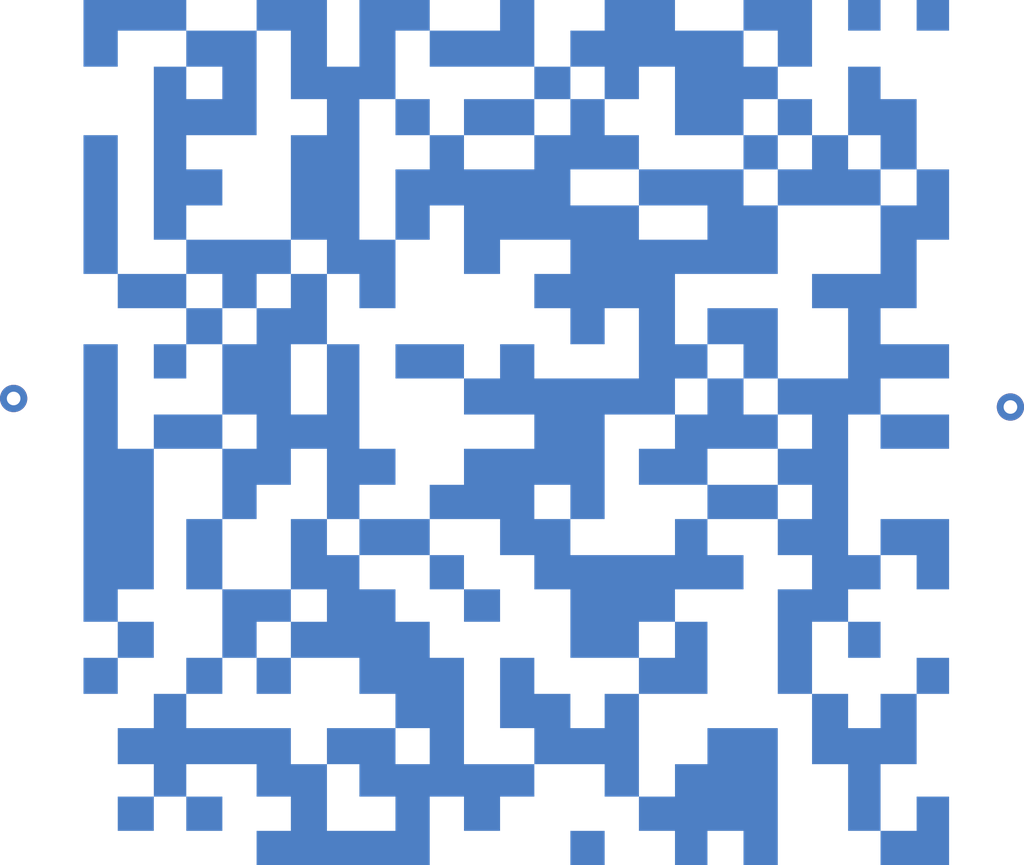
<source format=kicad_pcb>
(kicad_pcb (version 20221018) (generator pcbnew)
  (layers (0 "F.Cu" signal) (31 "B.Cu" signal) (34 "B.Paste" user) (35 "F.Paste" user) (36 "B.SilkS" user "B.Silkscreen") (37 "F.SilkS" user "F.Silkscreen") (38 "B.Mask" user) (39 "F.Mask" user) (44 "Edge.Cuts" user))
  (net 0 "")
  (footprint "AudioJacks:GUHGUH2" (layer "B.Cu") (at 13.25 13.25 180)
    (fp_text reference "G***" hide)
    (fp_text value "LOGO" hide)
    (fp_poly (pts (xy -11.7475 -7.14375) (xy -11.7475 -7.672916) (xy -12.22375 -7.672916) (xy -12.7 -7.672916) (xy -12.7 -7.14375) (xy -12.7 -6.614583) (xy -12.22375 -6.614583) (xy -11.7475 -6.614583)) (fill solid) (layer "B.Cu"))
    (fp_poly (pts (xy -11.7475 12.250209) (xy -11.7475 11.800417) (xy -12.22375 11.800417) (xy -12.7 11.800417) (xy -12.7 12.250209) (xy -12.7 12.7) (xy -12.22375 12.7) (xy -11.7475 12.7)) (fill solid) (layer "B.Cu"))
    (fp_poly (pts (xy -9.736667 12.250209) (xy -9.736667 11.800417) (xy -10.212917 11.800417) (xy -10.689167 11.800417) (xy -10.689167 12.250209) (xy -10.689167 12.7) (xy -10.212917 12.7) (xy -9.736667 12.7)) (fill solid) (layer "B.Cu"))
    (fp_poly (pts (xy -6.6675 8.228542) (xy -6.6675 7.725834) (xy -7.170209 7.725834) (xy -7.672917 7.725834) (xy -7.672917 8.228542) (xy -7.672917 8.73125) (xy -7.170209 8.73125) (xy -6.6675 8.73125)) (fill solid) (layer "B.Cu"))
    (fp_poly (pts (xy -1.5875 -12.197291) (xy -1.5875 -12.7) (xy -2.090209 -12.7) (xy -2.592917 -12.7) (xy -2.592917 -12.197291) (xy -2.592917 -11.694583) (xy -2.090209 -11.694583) (xy -1.5875 -11.694583)) (fill solid) (layer "B.Cu"))
    (fp_poly (pts (xy 1.534583 9.260417) (xy 1.534583 8.73125) (xy 0.502708 8.73125) (xy -0.529167 8.73125) (xy -0.529167 9.260417) (xy -0.529167 9.789584) (xy 0.502708 9.789584) (xy 1.534583 9.789584)) (fill solid) (layer "B.Cu"))
    (fp_poly (pts (xy 3.545416 2.090209) (xy 3.545416 1.5875) (xy 2.54 1.5875) (xy 1.534583 1.5875) (xy 1.534583 2.090209) (xy 1.534583 2.592917) (xy 2.54 2.592917) (xy 3.545416 2.592917)) (fill solid) (layer "B.Cu"))
    (fp_poly (pts (xy 3.545416 9.260417) (xy 3.545416 8.73125) (xy 3.042708 8.73125) (xy 2.54 8.73125) (xy 2.54 9.260417) (xy 2.54 9.789584) (xy 3.042708 9.789584) (xy 3.545416 9.789584)) (fill solid) (layer "B.Cu"))
    (fp_poly (pts (xy 7.62 -7.14375) (xy 7.62 -7.672916) (xy 7.117291 -7.672916) (xy 6.614583 -7.672916) (xy 6.614583 -7.14375) (xy 6.614583 -6.614583) (xy 7.117291 -6.614583) (xy 7.62 -6.614583)) (fill solid) (layer "B.Cu"))
    (fp_poly (pts (xy 9.68375 -7.14375) (xy 9.68375 -7.672916) (xy 9.154583 -7.672916) (xy 8.625416 -7.672916) (xy 8.625416 -7.14375) (xy 8.625416 -6.614583) (xy 9.154583 -6.614583) (xy 9.68375 -6.614583)) (fill solid) (layer "B.Cu"))
    (fp_poly (pts (xy 10.63625 2.090209) (xy 10.63625 1.5875) (xy 10.16 1.5875) (xy 9.68375 1.5875) (xy 9.68375 2.090209) (xy 9.68375 2.592917) (xy 10.16 2.592917) (xy 10.63625 2.592917)) (fill solid) (layer "B.Cu"))
    (fp_poly (pts (xy 11.694583 -11.191875) (xy 11.694583 -11.694583) (xy 11.165416 -11.694583) (xy 10.63625 -11.694583) (xy 10.63625 -11.191875) (xy 10.63625 -10.689166) (xy 11.165416 -10.689166) (xy 11.694583 -10.689166)) (fill solid) (layer "B.Cu"))
    (fp_poly (pts (xy 12.7 -7.14375) (xy 12.7 -7.672916) (xy 12.197291 -7.672916) (xy 11.694583 -7.672916) (xy 11.694583 -7.14375) (xy 11.694583 -6.614583) (xy 12.197291 -6.614583) (xy 12.7 -6.614583)) (fill solid) (layer "B.Cu"))
    (fp_poly (pts (xy -5.609167 3.122084) (xy -5.609167 2.592917) (xy -6.138334 2.592917) (xy -6.6675 2.592917) (xy -6.6675 2.090209) (xy -6.6675 1.5875) (xy -7.170209 1.5875) (xy -7.672917 1.5875) (xy -7.672917 2.619375) (xy -7.672917 3.65125) (xy -6.641042 3.65125) (xy -5.609167 3.65125)) (fill solid) (layer "B.Cu"))
    (fp_poly (pts (xy -5.609167 1.058334) (xy -5.609167 0.529167) (xy -5.132917 0.529167) (xy -4.656667 0.529167) (xy -4.656667 0.026459) (xy -4.656667 -0.47625) (xy -4.1275 -0.47625) (xy -3.598334 -0.47625) (xy -3.598334 -1.005416) (xy -3.598334 -1.534583) (xy -4.60375 -1.534583) (xy -5.609167 -1.534583) (xy -5.609167 -1.005416) (xy -5.609167 -0.47625) (xy -6.641042 -0.47625) (xy -7.672917 -0.47625) (xy -7.672917 0.026459) (xy -7.672917 0.529167) (xy -7.170209 0.529167) (xy -6.6675 0.529167) (xy -6.6675 1.058334) (xy -6.6675 1.5875) (xy -6.138334 1.5875) (xy -5.609167 1.5875)) (fill solid) (layer "B.Cu"))
    (fp_poly (pts (xy 4.60375 -3.069166) (xy 4.60375 -3.598333) (xy 3.571875 -3.598333) (xy 2.54 -3.598333) (xy 2.54 -4.101041) (xy 2.54 -4.60375) (xy 2.037291 -4.60375) (xy 1.534583 -4.60375) (xy 1.534583 -5.08) (xy 1.534583 -5.55625) (xy 1.005416 -5.55625) (xy 0.47625 -5.55625) (xy 0.47625 -5.08) (xy 0.47625 -4.60375) (xy 1.005416 -4.60375) (xy 1.534583 -4.60375) (xy 1.534583 -4.101041) (xy 1.534583 -3.598333) (xy 2.037291 -3.598333) (xy 2.54 -3.598333) (xy 2.54 -3.069166) (xy 2.54 -2.54) (xy 3.571875 -2.54) (xy 4.60375 -2.54)) (fill solid) (layer "B.Cu"))
    (fp_poly (pts (xy -1.5875 9.260417) (xy -1.5875 8.73125) (xy -1.058334 8.73125) (xy -0.529167 8.73125) (xy -0.529167 8.228542) (xy -0.529167 7.725834) (xy 0.502708 7.725834) (xy 1.534583 7.725834) (xy 1.534583 8.228542) (xy 1.534583 8.73125) (xy 2.037291 8.73125) (xy 2.54 8.73125) (xy 2.54 8.228542) (xy 2.54 7.725834) (xy 3.042708 7.725834) (xy 3.545416 7.725834) (xy 3.545416 6.693959) (xy 3.545416 5.662084) (xy 3.042708 5.662084) (xy 2.54 5.662084) (xy 2.54 6.164792) (xy 2.54 6.6675) (xy 2.037291 6.6675) (xy 1.534583 6.6675) (xy 1.534583 5.662084) (xy 1.534583 4.656667) (xy 1.005416 4.656667) (xy 0.47625 4.656667) (xy 0.47625 5.159375) (xy 0.47625 5.662084) (xy -0.555625 5.662084) (xy -1.5875 5.662084) (xy -1.5875 5.159375) (xy -1.5875 4.656667) (xy -1.058334 4.656667) (xy -0.529167 4.656667) (xy -0.529167 4.153959) (xy -0.529167 3.65125) (xy -1.058334 3.65125) (xy -1.5875 3.65125) (xy -1.5875 3.122084) (xy -1.5875 2.592917) (xy -2.090209 2.592917) (xy -2.592917 2.592917) (xy -2.592917 3.122084) (xy -2.592917 3.65125) (xy -3.095625 3.65125) (xy -3.598334 3.65125) (xy -3.598334 2.619375) (xy -3.598334 1.5875) (xy -2.06375 1.5875) (xy -0.529167 1.5875) (xy -0.529167 2.090209) (xy -0.529167 2.592917) (xy -0.026459 2.592917) (xy 0.47625 2.592917) (xy 0.47625 2.090209) (xy 0.47625 1.5875) (xy 1.005416 1.5875) (xy 1.534583 1.5875) (xy 1.534583 1.058334) (xy 1.534583 0.529167) (xy 0.502708 0.529167) (xy -0.529167 0.529167) (xy -0.529167 0.026459) (xy -0.529167 -0.47625) (xy 0.502708 -0.47625) (xy 1.534583 -0.47625) (xy 1.534583 -1.005416) (xy 1.534583 -1.534583) (xy 2.037291 -1.534583) (xy 2.54 -1.534583) (xy 2.54 -2.037291) (xy 2.54 -2.54) (xy 1.508125 -2.54) (xy 0.47625 -2.54) (xy 0.47625 -3.069166) (xy 0.47625 -3.598333) (xy -0.026459 -3.598333) (xy -0.529167 -3.598333) (xy -0.529167 -4.101041) (xy -0.529167 -4.60375) (xy -1.058334 -4.60375) (xy -1.5875 -4.60375) (xy -1.5875 -5.609166) (xy -1.5875 -6.614583) (xy -2.592917 -6.614583) (xy -3.598334 -6.614583) (xy -3.598334 -6.085416) (xy -3.598334 -5.55625) (xy -4.1275 -5.55625) (xy -4.656667 -5.55625) (xy -4.656667 -6.085416) (xy -4.656667 -6.614583) (xy -4.1275 -6.614583) (xy -3.598334 -6.614583) (xy -3.598334 -7.14375) (xy -3.598334 -7.672916) (xy -4.60375 -7.672916) (xy -5.609167 -7.672916) (xy -5.609167 -6.614583) (xy -5.609167 -5.55625) (xy -5.132917 -5.55625) (xy -4.656667 -5.55625) (xy -4.656667 -5.08) (xy -4.656667 -4.60375) (xy -5.662084 -4.60375) (xy -6.6675 -4.60375) (xy -6.6675 -4.101041) (xy -6.6675 -3.598333) (xy -6.138334 -3.598333) (xy -5.609167 -3.598333) (xy -5.609167 -3.069166) (xy -5.609167 -2.54) (xy -5.132917 -2.54) (xy -4.656667 -2.54) (xy -4.656667 -3.069166) (xy -4.656667 -3.598333) (xy -3.122084 -3.598333) (xy -1.5875 -3.598333) (xy -1.5875 -3.069166) (xy -1.5875 -2.54) (xy -1.058334 -2.54) (xy -0.529167 -2.54) (xy -0.529167 -2.037291) (xy -0.529167 -1.534583) (xy -1.058334 -1.534583) (xy -1.5875 -1.534583) (xy -1.5875 -2.037291) (xy -1.5875 -2.54) (xy -2.090209 -2.54) (xy -2.592917 -2.54) (xy -2.592917 -1.005416) (xy -2.592917 0.529167) (xy -3.624792 0.529167) (xy -4.656667 0.529167) (xy -4.656667 1.058334) (xy -4.656667 1.5875) (xy -5.132917 1.5875) (xy -5.609167 1.5875) (xy -5.609167 2.090209) (xy -5.609167 2.592917) (xy -5.132917 2.592917) (xy -4.656667 2.592917) (xy -4.656667 3.624792) (xy -4.656667 4.656667) (xy -6.164792 4.656667) (xy -7.672917 4.656667) (xy -7.672917 5.662084) (xy -5.609167 5.662084) (xy -4.60375 5.662084) (xy -3.598334 5.662084) (xy -3.598334 6.164792) (xy -3.598334 6.6675) (xy -2.592917 6.6675) (xy -1.5875 6.6675) (xy -1.5875 7.196667) (xy -1.5875 7.725834) (xy -2.592917 7.725834) (xy -3.598334 7.725834) (xy -3.598334 7.196667) (xy -3.598334 6.6675) (xy -4.60375 6.6675) (xy -5.609167 6.6675) (xy -5.609167 6.164792) (xy -5.609167 5.662084) (xy -7.672917 5.662084) (xy -7.672917 6.6675) (xy -7.170209 6.6675) (xy -6.6675 6.6675) (xy -6.6675 7.196667) (xy -6.6675 7.725834) (xy -5.132917 7.725834) (xy -3.598334 7.725834) (xy -3.598334 8.228542) (xy -3.598334 8.73125) (xy -3.095625 8.73125) (xy -2.592917 8.73125) (xy -2.592917 9.260417) (xy -2.592917 9.789584) (xy -2.090209 9.789584) (xy -1.5875 9.789584)) (fill solid) (layer "B.Cu"))
    (fp_poly (pts (xy 6.614583 -3.571875) (xy 6.614583 -4.60375) (xy 6.085416 -4.60375) (xy 5.55625 -4.60375) (xy 5.55625 -5.08) (xy 5.55625 -5.55625) (xy 6.085416 -5.55625) (xy 6.614583 -5.55625) (xy 6.614583 -5.08) (xy 6.614583 -4.60375) (xy 7.62 -4.60375) (xy 8.625416 -4.60375) (xy 8.625416 -3.571875) (xy 8.625416 -2.54) (xy 9.154583 -2.54) (xy 9.68375 -2.54) (xy 9.68375 -3.571875) (xy 9.68375 -4.60375) (xy 9.154583 -4.60375) (xy 8.625416 -4.60375) (xy 8.625416 -5.609166) (xy 8.625416 -6.614583) (xy 8.122708 -6.614583) (xy 7.62 -6.614583) (xy 7.62 -6.085416) (xy 7.62 -5.55625) (xy 7.117291 -5.55625) (xy 6.614583 -5.55625) (xy 6.614583 -6.085416) (xy 6.614583 -6.614583) (xy 5.609166 -6.614583) (xy 4.60375 -6.614583) (xy 4.60375 -7.14375) (xy 4.60375 -7.672916) (xy 4.074583 -7.672916) (xy 3.545416 -7.672916) (xy 3.545416 -8.175625) (xy 3.545416 -8.678333) (xy 3.042708 -8.678333) (xy 2.54 -8.678333) (xy 2.54 -9.2075) (xy 2.54 -9.736666) (xy 3.042708 -9.736666) (xy 3.545416 -9.736666) (xy 3.545416 -9.2075) (xy 3.545416 -8.678333) (xy 4.550833 -8.678333) (xy 5.55625 -8.678333) (xy 5.55625 -9.2075) (xy 5.55625 -9.736666) (xy 5.08 -9.736666) (xy 4.60375 -9.736666) (xy 4.60375 -10.212916) (xy 4.60375 -10.689166) (xy 4.074583 -10.689166) (xy 3.545416 -10.689166) (xy 3.545416 -11.191875) (xy 3.545416 -11.694583) (xy 4.550833 -11.694583) (xy 5.55625 -11.694583) (xy 5.55625 -10.715625) (xy 5.55625 -9.736666) (xy 6.085416 -9.736666) (xy 6.614583 -9.736666) (xy 6.614583 -9.2075) (xy 6.614583 -8.678333) (xy 8.149166 -8.678333) (xy 9.68375 -8.678333) (xy 9.68375 -8.175625) (xy 9.68375 -7.672916) (xy 10.16 -7.672916) (xy 10.63625 -7.672916) (xy 10.63625 -8.175625) (xy 10.63625 -8.678333) (xy 11.165416 -8.678333) (xy 11.694583 -8.678333) (xy 11.694583 -9.2075) (xy 11.694583 -9.736666) (xy 11.165416 -9.736666) (xy 10.63625 -9.736666) (xy 10.63625 -10.212916) (xy 10.63625 -10.689166) (xy 10.16 -10.689166) (xy 9.68375 -10.689166) (xy 9.68375 -11.191875) (xy 9.68375 -11.694583) (xy 9.154583 -11.694583) (xy 8.625416 -11.694583) (xy 8.625416 -11.191875) (xy 8.625416 -10.689166) (xy 9.154583 -10.689166) (xy 9.68375 -10.689166) (xy 9.68375 -10.212916) (xy 9.68375 -9.736666) (xy 8.651875 -9.736666) (xy 7.62 -9.736666) (xy 7.62 -10.212916) (xy 7.62 -10.689166) (xy 7.117291 -10.689166) (xy 6.614583 -10.689166) (xy 6.614583 -11.191875) (xy 6.614583 -11.694583) (xy 7.117291 -11.694583) (xy 7.62 -11.694583) (xy 7.62 -12.197291) (xy 7.62 -12.7) (xy 5.08 -12.7) (xy 2.54 -12.7) (xy 2.54 -11.694583) (xy 2.54 -10.689166) (xy 2.037291 -10.689166) (xy 1.534583 -10.689166) (xy 1.534583 -11.191875) (xy 1.534583 -11.694583) (xy 1.005416 -11.694583) (xy 0.47625 -11.694583) (xy 0.47625 -11.191875) (xy 0.47625 -10.689166) (xy -0.026459 -10.689166) (xy -0.529167 -10.689166) (xy -0.529167 -10.212916) (xy -0.529167 -9.736666) (xy -1.561042 -9.736666) (xy -2.592917 -9.736666) (xy -2.592917 -10.212916) (xy -2.592917 -10.689166) (xy -3.095625 -10.689166) (xy -3.598334 -10.689166) (xy -3.598334 -11.191875) (xy -3.598334 -11.694583) (xy -4.1275 -11.694583) (xy -4.656667 -11.694583) (xy -4.656667 -12.197291) (xy -4.656667 -12.7) (xy -5.132917 -12.7) (xy -5.609167 -12.7) (xy -5.609167 -12.197291) (xy -5.609167 -11.694583) (xy -6.138334 -11.694583) (xy -6.6675 -11.694583) (xy -6.6675 -12.197291) (xy -6.6675 -12.7) (xy -7.170209 -12.7) (xy -7.672917 -12.7) (xy -7.672917 -10.689166) (xy -7.672917 -8.678333) (xy -6.641042 -8.678333) (xy -5.609167 -8.678333) (xy -5.609167 -9.2075) (xy -5.609167 -9.736666) (xy -5.132917 -9.736666) (xy -4.656667 -9.736666) (xy -4.656667 -10.212916) (xy -4.656667 -10.689166) (xy -4.1275 -10.689166) (xy -3.598334 -10.689166) (xy -3.598334 -9.181041) (xy -3.598334 -7.672916) (xy -3.095625 -7.672916) (xy -2.592917 -7.672916) (xy -2.592917 -8.175625) (xy -2.592917 -8.678333) (xy -2.090209 -8.678333) (xy -1.5875 -8.678333) (xy -1.5875 -8.175625) (xy -1.5875 -7.672916) (xy -1.058334 -7.672916) (xy -0.529167 -7.672916) (xy -0.529167 -7.14375) (xy -0.529167 -6.614583) (xy -0.026459 -6.614583) (xy 0.47625 -6.614583) (xy 0.47625 -7.646458) (xy 0.47625 -8.678333) (xy -0.026459 -8.678333) (xy -0.529167 -8.678333) (xy -0.529167 -9.2075) (xy -0.529167 -9.736666) (xy 0.502708 -9.736666) (xy 1.534583 -9.736666) (xy 1.534583 -8.175625) (xy 1.534583 -6.614583) (xy 2.037291 -6.614583) (xy 2.54 -6.614583) (xy 2.54 -6.085416) (xy 2.54 -5.55625) (xy 3.042708 -5.55625) (xy 3.545416 -5.55625) (xy 3.545416 -5.08) (xy 3.545416 -4.60375) (xy 4.074583 -4.60375) (xy 4.60375 -4.60375) (xy 4.60375 -4.101041) (xy 4.60375 -3.598333) (xy 5.08 -3.598333) (xy 5.55625 -3.598333) (xy 5.55625 -3.069166) (xy 5.55625 -2.54) (xy 6.085416 -2.54) (xy 6.614583 -2.54)) (fill solid) (layer "B.Cu"))
    (fp_poly (pts (xy -6.6675 12.250209) (xy -6.6675 11.800417) (xy -5.662084 11.800417) (xy -4.656667 11.800417) (xy -4.656667 12.250209) (xy -4.656667 12.7) (xy -3.624792 12.7) (xy -2.592917 12.7) (xy -2.592917 12.250209) (xy -2.592917 11.800417) (xy -2.090209 11.800417) (xy -1.5875 11.800417) (xy -1.5875 11.27125) (xy -1.5875 10.742084) (xy -1.058334 10.742084) (xy -0.529167 10.742084) (xy -0.529167 11.721042) (xy -0.529167 12.7) (xy -0.026459 12.7) (xy 0.47625 12.7) (xy 0.47625 12.250209) (xy 0.47625 11.800417) (xy 1.508125 11.800417) (xy 2.54 11.800417) (xy 2.54 12.250209) (xy 2.54 12.7) (xy 3.571875 12.7) (xy 4.60375 12.7) (xy 4.60375 11.721042) (xy 4.60375 10.742084) (xy 5.08 10.742084) (xy 5.55625 10.742084) (xy 5.55625 11.721042) (xy 5.55625 12.7) (xy 6.588125 12.7) (xy 7.62 12.7) (xy 7.62 12.250209) (xy 7.62 11.800417) (xy 8.651875 11.800417) (xy 9.68375 11.800417) (xy 9.68375 12.250209) (xy 9.68375 12.7) (xy 11.191875 12.7) (xy 12.7 12.7) (xy 12.7 11.721042) (xy 12.7 10.742084) (xy 12.197291 10.742084) (xy 11.694583 10.742084) (xy 11.694583 11.27125) (xy 11.694583 11.800417) (xy 10.689166 11.800417) (xy 9.68375 11.800417) (xy 9.68375 11.27125) (xy 9.68375 10.742084) (xy 9.154583 10.742084) (xy 8.625416 10.742084) (xy 8.625416 10.265834) (xy 8.625416 9.789584) (xy 9.154583 9.789584) (xy 9.68375 9.789584) (xy 9.68375 10.265834) (xy 9.68375 10.742084) (xy 10.16 10.742084) (xy 10.63625 10.742084) (xy 10.63625 8.202084) (xy 10.63625 5.662084) (xy 10.16 5.662084) (xy 9.68375 5.662084) (xy 9.68375 5.159375) (xy 9.68375 4.656667) (xy 10.689166 4.656667) (xy 11.694583 4.656667) (xy 11.694583 6.693959) (xy 11.694583 8.73125) (xy 12.197291 8.73125) (xy 12.7 8.73125) (xy 12.7 6.693959) (xy 12.7 4.656667) (xy 12.197291 4.656667) (xy 11.694583 4.656667) (xy 11.694583 4.153959) (xy 11.694583 3.65125) (xy 10.689166 3.65125) (xy 9.68375 3.65125) (xy 9.68375 3.122084) (xy 9.68375 2.592917) (xy 9.154583 2.592917) (xy 8.625416 2.592917) (xy 8.625416 1.561042) (xy 8.625416 0.529167) (xy 8.122708 0.529167) (xy 7.62 0.529167) (xy 7.62 0.026459) (xy 7.62 -0.47625) (xy 8.122708 -0.47625) (xy 8.625416 -0.47625) (xy 8.625416 0.026459) (xy 8.625416 0.529167) (xy 9.630833 0.529167) (xy 10.63625 0.529167) (xy 10.63625 0.026459) (xy 10.63625 -0.47625) (xy 11.165416 -0.47625) (xy 11.694583 -0.47625) (xy 11.694583 1.058334) (xy 11.694583 2.592917) (xy 12.197291 2.592917) (xy 12.7 2.592917) (xy 12.7 -1.481666) (xy 12.7 -5.55625) (xy 12.197291 -5.55625) (xy 11.694583 -5.55625) (xy 11.694583 -6.085416) (xy 11.694583 -6.614583) (xy 11.165416 -6.614583) (xy 10.63625 -6.614583) (xy 10.63625 -6.085416) (xy 10.63625 -5.55625) (xy 11.165416 -5.55625) (xy 11.694583 -5.55625) (xy 11.694583 -5.08) (xy 11.694583 -4.60375) (xy 11.165416 -4.60375) (xy 10.63625 -4.60375) (xy 10.63625 -2.54) (xy 10.63625 -0.47625) (xy 9.630833 -0.47625) (xy 8.625416 -0.47625) (xy 8.625416 -1.508125) (xy 8.625416 -2.54) (xy 8.122708 -2.54) (xy 7.62 -2.54) (xy 7.62 -2.037291) (xy 7.62 -1.534583) (xy 7.117291 -1.534583) (xy 6.614583 -1.534583) (xy 6.614583 -1.005416) (xy 6.614583 -0.47625) (xy 6.085416 -0.47625) (xy 5.55625 -0.47625) (xy 5.55625 -1.508125) (xy 5.55625 -2.54) (xy 5.08 -2.54) (xy 4.60375 -2.54) (xy 4.60375 -2.037291) (xy 4.60375 -1.534583) (xy 4.074583 -1.534583) (xy 3.545416 -1.534583) (xy 3.545416 -1.005416) (xy 3.545416 -0.47625) (xy 4.074583 -0.47625) (xy 4.60375 -0.47625) (xy 4.60375 1.058334) (xy 4.60375 2.592917) (xy 5.08 2.592917) (xy 5.55625 2.592917) (xy 5.55625 1.561042) (xy 5.55625 0.529167) (xy 6.085416 0.529167) (xy 6.614583 0.529167) (xy 6.614583 1.561042) (xy 6.614583 2.592917) (xy 6.085416 2.592917) (xy 5.55625 2.592917) (xy 5.55625 3.624792) (xy 5.55625 4.656667) (xy 6.085416 4.656667) (xy 6.614583 4.656667) (xy 6.614583 4.153959) (xy 6.614583 3.65125) (xy 7.117291 3.65125) (xy 7.62 3.65125) (xy 7.62 3.122084) (xy 7.62 2.592917) (xy 8.122708 2.592917) (xy 8.625416 2.592917) (xy 8.625416 3.122084) (xy 8.625416 3.65125) (xy 9.154583 3.65125) (xy 9.68375 3.65125) (xy 9.68375 4.153959) (xy 9.68375 4.656667) (xy 9.154583 4.656667) (xy 8.625416 4.656667) (xy 8.625416 4.153959) (xy 8.625416 3.65125) (xy 8.122708 3.65125) (xy 7.62 3.65125) (xy 7.62 4.153959) (xy 7.62 4.656667) (xy 7.117291 4.656667) (xy 6.614583 4.656667) (xy 6.614583 5.159375) (xy 6.614583 5.662084) (xy 8.149166 5.662084) (xy 9.68375 5.662084) (xy 9.68375 6.164792) (xy 9.68375 6.6675) (xy 9.154583 6.6675) (xy 8.625416 6.6675) (xy 8.625416 7.196667) (xy 8.625416 7.725834) (xy 9.154583 7.725834) (xy 9.68375 7.725834) (xy 9.68375 8.228542) (xy 9.68375 8.73125) (xy 8.651875 8.73125) (xy 7.62 8.73125) (xy 7.62 10.265834) (xy 7.62 11.800417) (xy 7.117291 11.800417) (xy 6.614583 11.800417) (xy 6.614583 10.795) (xy 6.614583 9.789584) (xy 6.085416 9.789584) (xy 5.55625 9.789584) (xy 5.55625 9.260417) (xy 5.55625 8.73125) (xy 6.085416 8.73125) (xy 6.614583 8.73125) (xy 6.614583 7.196667) (xy 6.614583 5.662084) (xy 6.085416 5.662084) (xy 5.55625 5.662084) (xy 5.55625 5.159375) (xy 5.55625 4.656667) (xy 5.08 4.656667) (xy 4.60375 4.656667) (xy 4.60375 4.153959) (xy 4.60375 3.65125) (xy 4.074583 3.65125) (xy 3.545416 3.65125) (xy 3.545416 4.656667) (xy 3.545416 5.662084) (xy 4.074583 5.662084) (xy 4.60375 5.662084) (xy 4.60375 7.725834) (xy 4.60375 9.789584) (xy 4.074583 9.789584) (xy 3.545416 9.789584) (xy 3.545416 10.795) (xy 3.545416 11.800417) (xy 3.042708 11.800417) (xy 2.54 11.800417) (xy 2.54 11.27125) (xy 2.54 10.742084) (xy 1.005416 10.742084) (xy -0.529167 10.742084) (xy -0.529167 10.265834) (xy -0.529167 9.789584) (xy -1.058334 9.789584) (xy -1.5875 9.789584) (xy -1.5875 10.265834) (xy -1.5875 10.742084) (xy -2.090209 10.742084) (xy -2.592917 10.742084) (xy -2.592917 10.265834) (xy -2.592917 9.789584) (xy -3.095625 9.789584) (xy -3.598334 9.789584) (xy -3.598334 10.265834) (xy -3.598334 10.742084) (xy -4.1275 10.742084) (xy -4.656667 10.742084) (xy -4.656667 9.736667) (xy -4.656667 8.73125) (xy -5.662084 8.73125) (xy -6.6675 8.73125) (xy -6.6675 9.260417) (xy -6.6675 9.789584) (xy -7.170209 9.789584) (xy -7.672917 9.789584) (xy -7.672917 9.260417) (xy -7.672917 8.73125) (xy -8.175625 8.73125) (xy -8.678334 8.73125) (xy -8.678334 8.228542) (xy -8.678334 7.725834) (xy -8.175625 7.725834) (xy -7.672917 7.725834) (xy -7.672917 7.196667) (xy -7.672917 6.6675) (xy -9.181042 6.6675) (xy -10.689167 6.6675) (xy -10.689167 7.196667) (xy -10.689167 7.725834) (xy -10.212917 7.725834) (xy -9.736667 7.725834) (xy -9.736667 8.228542) (xy -9.736667 8.73125) (xy -10.212917 8.73125) (xy -10.689167 8.73125) (xy -10.689167 8.228542) (xy -10.689167 7.725834) (xy -11.218334 7.725834) (xy -11.7475 7.725834) (xy -11.7475 7.196667) (xy -11.7475 6.6675) (xy -11.218334 6.6675) (xy -10.689167 6.6675) (xy -10.689167 5.662084) (xy -10.689167 4.656667) (xy -9.68375 4.656667) (xy -8.678334 4.656667) (xy -8.678334 4.153959) (xy -8.678334 3.65125) (xy -9.2075 3.65125) (xy -9.736667 3.65125) (xy -9.736667 2.619375) (xy -9.736667 1.5875) (xy -8.704792 1.5875) (xy -7.672917 1.5875) (xy -7.672917 1.058334) (xy -7.672917 0.529167) (xy -8.175625 0.529167) (xy -8.678334 0.529167) (xy -8.678334 0.026459) (xy -8.678334 -0.47625) (xy -8.175625 -0.47625) (xy -7.672917 -0.47625) (xy -7.672917 -1.005416) (xy -7.672917 -1.534583) (xy -8.175625 -1.534583) (xy -8.678334 -1.534583) (xy -8.678334 -2.037291) (xy -8.678334 -2.54) (xy -8.175625 -2.54) (xy -7.672917 -2.54) (xy -7.672917 -2.037291) (xy -7.672917 -1.534583) (xy -6.641042 -1.534583) (xy -5.609167 -1.534583) (xy -5.609167 -2.037291) (xy -5.609167 -2.54) (xy -6.641042 -2.54) (xy -7.672917 -2.54) (xy -7.672917 -3.069166) (xy -7.672917 -3.598333) (xy -8.175625 -3.598333) (xy -8.678334 -3.598333) (xy -8.678334 -4.101041) (xy -8.678334 -4.60375) (xy -8.175625 -4.60375) (xy -7.672917 -4.60375) (xy -7.672917 -6.138333) (xy -7.672917 -7.672916) (xy -8.175625 -7.672916) (xy -8.678334 -7.672916) (xy -8.678334 -8.704791) (xy -8.678334 -9.736666) (xy -9.2075 -9.736666) (xy -9.736667 -9.736666) (xy -9.736667 -10.715625) (xy -9.736667 -11.694583) (xy -10.212917 -11.694583) (xy -10.689167 -11.694583) (xy -10.689167 -12.197291) (xy -10.689167 -12.7) (xy -11.694584 -12.7) (xy -12.7 -12.7) (xy -12.7 -11.694583) (xy -12.7 -10.689166) (xy -12.22375 -10.689166) (xy -11.7475 -10.689166) (xy -11.7475 -11.191875) (xy -11.7475 -11.694583) (xy -11.218334 -11.694583) (xy -10.689167 -11.694583) (xy -10.689167 -10.715625) (xy -10.689167 -9.736666) (xy -11.218334 -9.736666) (xy -11.7475 -9.736666) (xy -11.7475 -8.704791) (xy -11.7475 -7.672916) (xy -11.218334 -7.672916) (xy -10.689167 -7.672916) (xy -10.689167 -8.175625) (xy -10.689167 -8.678333) (xy -10.212917 -8.678333) (xy -9.736667 -8.678333) (xy -9.736667 -8.175625) (xy -9.736667 -7.672916) (xy -9.2075 -7.672916) (xy -8.678334 -7.672916) (xy -8.678334 -6.614583) (xy -8.678334 -5.55625) (xy -9.2075 -5.55625) (xy -9.736667 -5.55625) (xy -9.736667 -6.085416) (xy -9.736667 -6.614583) (xy -10.212917 -6.614583) (xy -10.689167 -6.614583) (xy -10.689167 -6.085416) (xy -10.689167 -5.55625) (xy -10.212917 -5.55625) (xy -9.736667 -5.55625) (xy -9.736667 -5.08) (xy -9.736667 -4.60375) (xy -10.212917 -4.60375) (xy -10.689167 -4.60375) (xy -10.689167 -4.101041) (xy -10.689167 -3.598333) (xy -11.218334 -3.598333) (xy -11.7475 -3.598333) (xy -11.7475 -4.101041) (xy -11.7475 -4.60375) (xy -12.22375 -4.60375) (xy -12.7 -4.60375) (xy -12.7 -3.571875) (xy -12.7 -2.54) (xy -11.694584 -2.54) (xy -10.689167 -2.54) (xy -10.689167 -3.069166) (xy -10.689167 -3.598333) (xy -10.212917 -3.598333) (xy -9.736667 -3.598333) (xy -9.736667 -1.534583) (xy -9.736667 0.529167) (xy -10.212917 0.529167) (xy -10.689167 0.529167) (xy -10.689167 0.026459) (xy -10.689167 -0.47625) (xy -11.694584 -0.47625) (xy -12.7 -0.47625) (xy -12.7 0.026459) (xy -12.7 0.529167) (xy -11.694584 0.529167) (xy -10.689167 0.529167) (xy -10.689167 1.058334) (xy -10.689167 1.5875) (xy -11.694584 1.5875) (xy -12.7 1.5875) (xy -12.7 2.090209) (xy -12.7 2.592917) (xy -11.694584 2.592917) (xy -10.689167 2.592917) (xy -10.689167 3.122084) (xy -10.689167 3.65125) (xy -11.218334 3.65125) (xy -11.7475 3.65125) (xy -11.7475 4.656667) (xy -11.7475 5.662084) (xy -12.22375 5.662084) (xy -12.7 5.662084) (xy -12.7 6.693959) (xy -12.7 7.725834) (xy -12.22375 7.725834) (xy -11.7475 7.725834) (xy -11.7475 8.757709) (xy -11.7475 9.789584) (xy -11.218334 9.789584) (xy -10.689167 9.789584) (xy -10.689167 10.265834) (xy -10.689167 10.742084) (xy -10.212917 10.742084) (xy -9.736667 10.742084) (xy -9.736667 9.736667) (xy -9.736667 8.73125) (xy -9.2075 8.73125) (xy -8.678334 8.73125) (xy -8.678334 9.260417) (xy -8.678334 9.789584) (xy -8.175625 9.789584) (xy -7.672917 9.789584) (xy -7.672917 10.265834) (xy -7.672917 10.742084) (xy -8.175625 10.742084) (xy -8.678334 10.742084) (xy -8.678334 11.721042) (xy -8.678334 11.800417) (xy -7.672917 11.800417) (xy -7.672917 11.27125) (xy -7.672917 10.742084) (xy -7.170209 10.742084) (xy -6.6675 10.742084) (xy -6.6675 11.27125) (xy -6.6675 11.800417) (xy -7.170209 11.800417) (xy -7.672917 11.800417) (xy -8.678334 11.800417) (xy -8.678334 12.7) (xy -7.672917 12.7) (xy -6.6675 12.7)) (fill solid) (layer "B.Cu"))
  )
  (via (at -1.5 12.25) (size 0.8) (drill 0.4) (layers "F.Cu" "B.Cu") (net 0))
  (via (at 27.75 12.5) (size 0.8) (drill 0.4) (layers "F.Cu" "B.Cu") (net 0))
)
</source>
